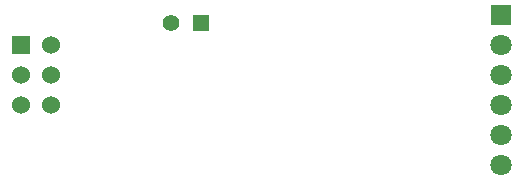
<source format=gbs>
G04 (created by PCBNEW (2013-07-07 BZR 4022)-stable) date 27/01/2014 10:25:57*
%MOIN*%
G04 Gerber Fmt 3.4, Leading zero omitted, Abs format*
%FSLAX34Y34*%
G01*
G70*
G90*
G04 APERTURE LIST*
%ADD10C,0.00590551*%
%ADD11R,0.0708661X0.0708661*%
%ADD12C,0.0708661*%
%ADD13R,0.055X0.055*%
%ADD14C,0.055*%
%ADD15R,0.06X0.06*%
%ADD16C,0.06*%
G04 APERTURE END LIST*
G54D10*
G54D11*
X86000Y-60000D03*
G54D12*
X86000Y-61000D03*
X86000Y-62000D03*
X86000Y-63000D03*
X86000Y-64000D03*
X86000Y-65000D03*
G54D13*
X76000Y-60250D03*
G54D14*
X75000Y-60250D03*
G54D15*
X70000Y-61000D03*
G54D16*
X71000Y-61000D03*
X70000Y-62000D03*
X71000Y-62000D03*
X70000Y-63000D03*
X71000Y-63000D03*
M02*

</source>
